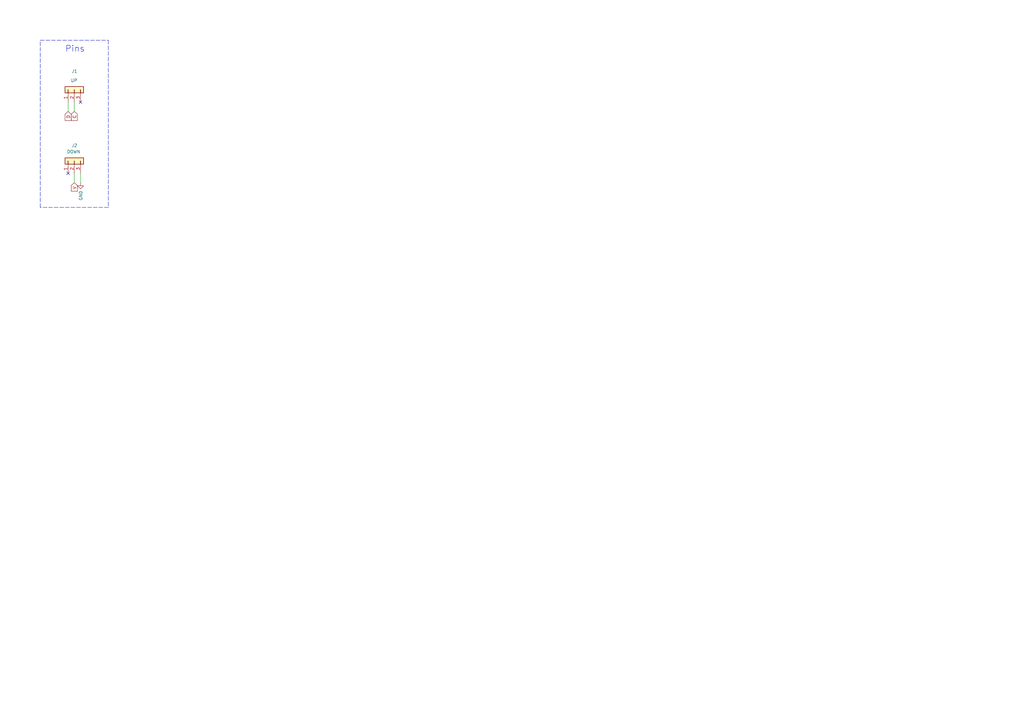
<source format=kicad_sch>
(kicad_sch (version 20211123) (generator eeschema)
  (paper "A3")
  (title_block (title "PRODUCT NAME"))
  (lib_symbols
    (symbol "Connector_Generic:Conn_01x03" (pin_names (offset 1.016) hide)
      (property "Reference" "J" (at 0 5.08 0))
      (property "Value" "Conn_01x03" (at 0 -5.08 0))
      (symbol "Conn_01x03_1_1"
        (rectangle (start -1.27 -2.413) (end 0 -2.667) (stroke (width 0.1524)))
        (rectangle (start -1.27 0.127) (end 0 -0.127) (stroke (width 0.1524)))
        (rectangle (start -1.27 2.667) (end 0 2.413) (stroke (width 0.1524)))
        (rectangle (start -1.27 3.81) (end 1.27 -3.81) (stroke (width 0.254)) (fill (type background)))
        (pin passive line (at -5.08 2.54 0) (length 3.81) (name "Pin_1") (number "1"))
        (pin passive line (at -5.08 0 0) (length 3.81) (name "Pin_2") (number "2"))
        (pin passive line (at -5.08 -2.54 0) (length 3.81) (name "Pin_3") (number "3"))
      )
    )
    (symbol "power:GND" (power) (pin_names (offset 0))
      (property "Value" "GND" (at 0 -3.81 0))
      (symbol "GND_0_1"
        (polyline (pts (xy 0 0) (xy 0 -1.27) (xy 1.27 -1.27) (xy 0 -2.54) (xy -1.27 -1.27) (xy 0 -1.27)))
      )
      (symbol "GND_1_1"
        (pin power_in line (at 0 0 270) (length 0) hide (name "GND") (number "1"))
      )
    )
  )
  (no_connect (at 27.94 71.12))
  (no_connect (at 33.02 41.91))
  (polyline (pts (xy 44.45 85.09) (xy 16.51 85.09)))
  (wire (pts (xy 27.94 45.72) (xy 27.94 41.91)))
  (polyline (pts (xy 44.45 16.51) (xy 44.45 85.09)))
  (wire (pts (xy 33.02 74.93) (xy 33.02 71.12)))
  (wire (pts (xy 30.48 74.93) (xy 30.48 71.12)))
  (polyline (pts (xy 16.51 85.09) (xy 16.51 16.51)))
  (polyline (pts (xy 16.51 16.51) (xy 44.45 16.51)))
  (wire (pts (xy 30.48 45.72) (xy 30.48 41.91)))
  (text "Pins" (at 26.67 21.59 0) (effects (font (size 2.5 2.5)) (justify left bottom)))
  (global_label "V" (shape input) (at 30.48 74.93 270) (property "Обозначения листов" "${INTERSHEET_REFS}" (effects hide)))
  (global_label "D" (shape input) (at 27.94 45.72 270) (property "Обозначения листов" "${INTERSHEET_REFS}" (effects hide)))
  (global_label "C" (shape input) (at 30.48 45.72 270) (property "Обозначения листов" "${INTERSHEET_REFS}" (effects hide)))
  (symbol (lib_id "Connector_Generic:Conn_01x03") (at 30.48 36.83 90) (unit 1)
    (property "Reference" "J1" (at 31.75 29.21 90) (effects (justify left)))
    (property "Value" "UP" (at 31.75 33.02 90) (effects (justify left)))
    (property "Footprint" "Connector_PinHeader_2.54mm:PinHeader_1x03_P2.54mm_Vertical" (effects hide))
    (property "Footprint" "Connector_PinHeader_2.54mm:PinHeader_1x03_P2.54mm_Vertical" (effects hide))
    (property "Reference" "J1" (effects hide))
    (property "Value" "UP" (effects hide))
  )
  (symbol (lib_id "Connector_Generic:Conn_01x03") (at 30.48 66.04 90) (unit 1)
    (property "Reference" "J2" (at 31.75 59.69 90) (effects (justify left)))
    (property "Value" "DOWN" (at 33.02 62.23 90) (effects (justify left)))
    (property "Footprint" "Connector_PinHeader_2.54mm:PinHeader_1x03_P2.54mm_Vertical" (effects hide))
    (property "Footprint" "Connector_PinHeader_2.54mm:PinHeader_1x03_P2.54mm_Vertical" (effects hide))
    (property "Reference" "J2" (effects hide))
    (property "Value" "DOWN" (effects hide))
  )
  (symbol (lib_id "power:GND") (at 33.02 74.93 0) (unit 1)
    (property "Reference" "#PWR01" (effects hide))
    (property "Value" "GND" (at 33.147 78.1812 90) (effects (justify right)))
  )
)
</source>
